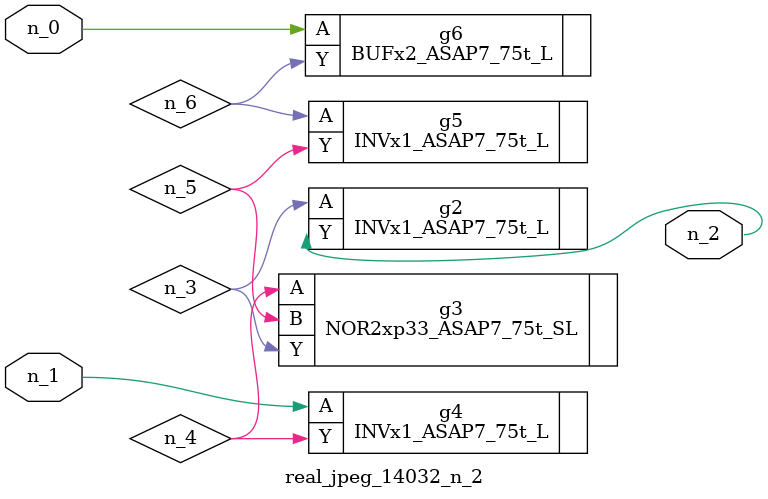
<source format=v>
module real_jpeg_14032_n_2 (n_1, n_0, n_2);

input n_1;
input n_0;

output n_2;

wire n_5;
wire n_4;
wire n_6;
wire n_3;

BUFx2_ASAP7_75t_L g6 ( 
.A(n_0),
.Y(n_6)
);

INVx1_ASAP7_75t_L g4 ( 
.A(n_1),
.Y(n_4)
);

INVx1_ASAP7_75t_L g2 ( 
.A(n_3),
.Y(n_2)
);

NOR2xp33_ASAP7_75t_SL g3 ( 
.A(n_4),
.B(n_5),
.Y(n_3)
);

INVx1_ASAP7_75t_L g5 ( 
.A(n_6),
.Y(n_5)
);


endmodule
</source>
